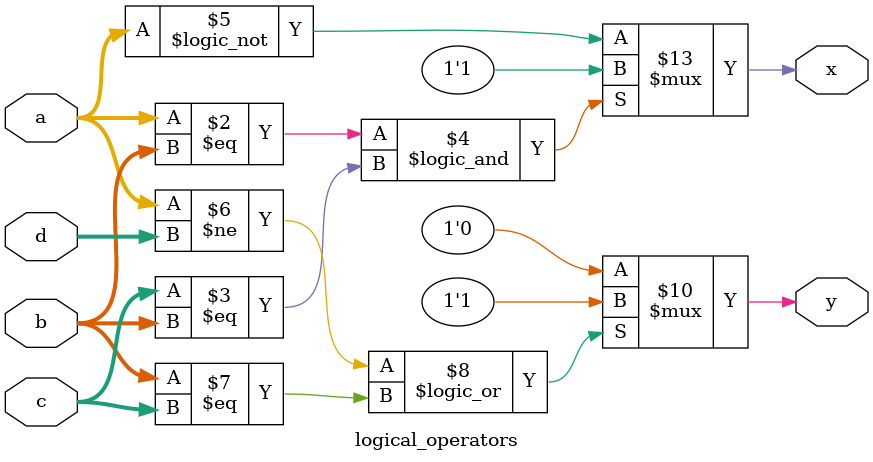
<source format=v>
module logical_operators(
  input [3:0]a,b,c,d,
  output reg x,y);

  always @(*) begin
	if ((a==b)&&(c==b)) 
	x=1;   
	else
	x=!a;

	if((a!=d)||(b==c))
	y=1;                
	else
	y=0;                
  end
endmodule

</source>
